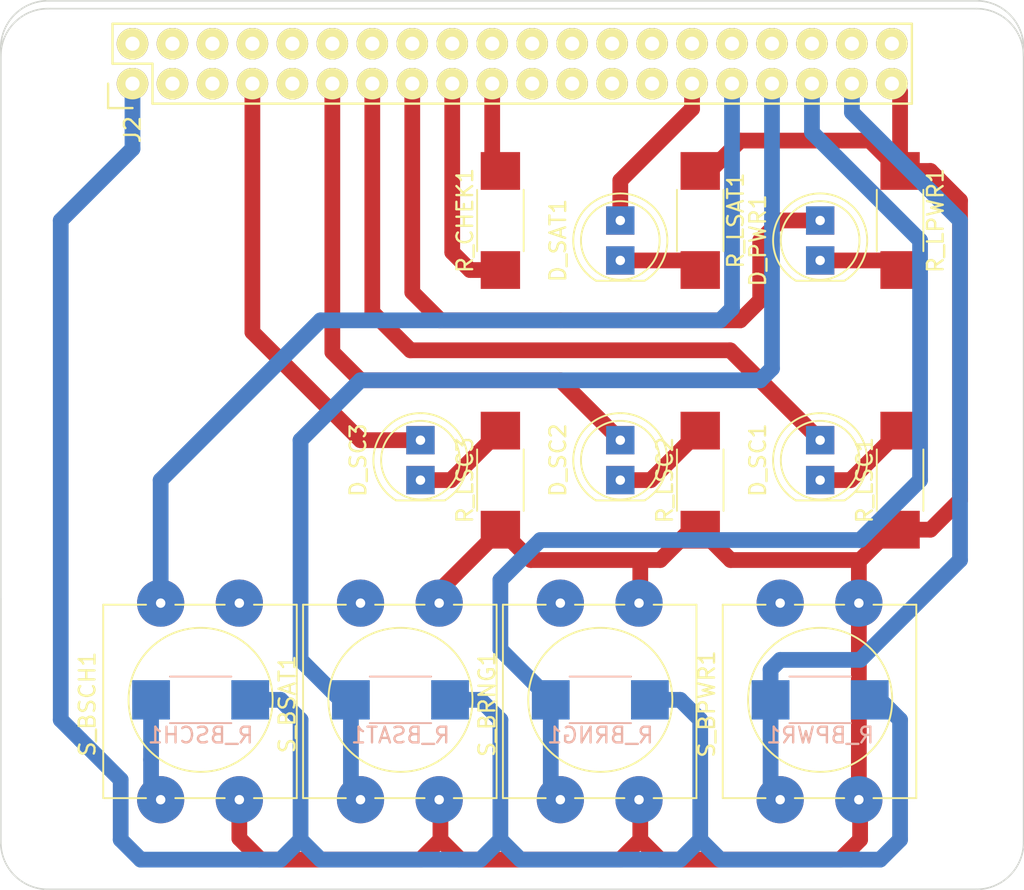
<source format=kicad_pcb>
(kicad_pcb (version 4) (host pcbnew 4.0.7)

  (general
    (links 44)
    (no_connects 8)
    (area 52.019999 47.2845 117.120001 105.93418)
    (thickness 1.6)
    (drawings 17)
    (tracks 154)
    (zones 0)
    (modules 24)
    (nets 43)
  )

  (page A4)
  (layers
    (0 F.Cu signal)
    (31 B.Cu signal)
    (32 B.Adhes user)
    (33 F.Adhes user)
    (34 B.Paste user)
    (35 F.Paste user)
    (36 B.SilkS user)
    (37 F.SilkS user)
    (38 B.Mask user)
    (39 F.Mask user)
    (40 Dwgs.User user)
    (41 Cmts.User user)
    (42 Eco1.User user)
    (43 Eco2.User user)
    (44 Edge.Cuts user)
    (45 Margin user)
    (46 B.CrtYd user)
    (47 F.CrtYd user)
    (48 B.Fab user)
    (49 F.Fab user)
  )

  (setup
    (last_trace_width 1)
    (user_trace_width 0.01)
    (user_trace_width 0.02)
    (user_trace_width 0.05)
    (user_trace_width 0.1)
    (user_trace_width 0.2)
    (trace_clearance 0.2)
    (zone_clearance 0.508)
    (zone_45_only no)
    (trace_min 0.01)
    (segment_width 0.2)
    (edge_width 0.1)
    (via_size 0.6)
    (via_drill 0.4)
    (via_min_size 0.4)
    (via_min_drill 0.3)
    (uvia_size 0.3)
    (uvia_drill 0.1)
    (uvias_allowed no)
    (uvia_min_size 0.2)
    (uvia_min_drill 0.1)
    (pcb_text_width 0.3)
    (pcb_text_size 1.5 1.5)
    (mod_edge_width 0.15)
    (mod_text_size 1 1)
    (mod_text_width 0.15)
    (pad_size 3 3)
    (pad_drill 0.6)
    (pad_to_mask_clearance 0)
    (aux_axis_origin 0 0)
    (visible_elements 7FFEFFFF)
    (pcbplotparams
      (layerselection 0x011f0_80000001)
      (usegerberextensions false)
      (excludeedgelayer true)
      (linewidth 0.100000)
      (plotframeref false)
      (viasonmask false)
      (mode 1)
      (useauxorigin false)
      (hpglpennumber 1)
      (hpglpenspeed 20)
      (hpglpendiameter 15)
      (hpglpenoverlay 2)
      (psnegative false)
      (psa4output false)
      (plotreference false)
      (plotvalue false)
      (plotinvisibletext false)
      (padsonsilk false)
      (subtractmaskfromsilk false)
      (outputformat 1)
      (mirror false)
      (drillshape 0)
      (scaleselection 1)
      (outputdirectory ./))
  )

  (net 0 "")
  (net 1 "Net-(J2-Pad2)")
  (net 2 "Net-(J2-Pad3)")
  (net 3 "Net-(J2-Pad4)")
  (net 4 "Net-(J2-Pad5)")
  (net 5 "Net-(J2-Pad6)")
  (net 6 "Net-(J2-Pad8)")
  (net 7 "Net-(J2-Pad10)")
  (net 8 "Net-(J2-Pad12)")
  (net 9 "Net-(J2-Pad14)")
  (net 10 "Net-(J2-Pad16)")
  (net 11 "Net-(J2-Pad18)")
  (net 12 "Net-(J2-Pad20)")
  (net 13 "Net-(J2-Pad21)")
  (net 14 "Net-(J2-Pad22)")
  (net 15 "Net-(J2-Pad23)")
  (net 16 "Net-(J2-Pad24)")
  (net 17 "Net-(J2-Pad26)")
  (net 18 "Net-(J2-Pad27)")
  (net 19 "Net-(J2-Pad28)")
  (net 20 "Net-(J2-Pad30)")
  (net 21 "Net-(J2-Pad32)")
  (net 22 "Net-(J2-Pad34)")
  (net 23 "Net-(J2-Pad36)")
  (net 24 "Net-(J2-Pad38)")
  (net 25 "Net-(J2-Pad40)")
  (net 26 "Net-(D_PWR1-Pad1)")
  (net 27 L_PWR)
  (net 28 "Net-(D_SAT1-Pad1)")
  (net 29 L_SAT)
  (net 30 "Net-(D_SC1-Pad1)")
  (net 31 L_SC1)
  (net 32 "Net-(D_SC2-Pad1)")
  (net 33 L_SC2)
  (net 34 "Net-(D_SC3-Pad1)")
  (net 35 L_SC3)
  (net 36 +3V3)
  (net 37 GND)
  (net 38 CHECK)
  (net 39 B_PWR)
  (net 40 B_SCH)
  (net 41 B_SAT)
  (net 42 B_RNG)

  (net_class Default "This is the default net class."
    (clearance 0.2)
    (trace_width 1)
    (via_dia 0.6)
    (via_drill 0.4)
    (uvia_dia 0.3)
    (uvia_drill 0.1)
    (add_net +3V3)
    (add_net B_PWR)
    (add_net B_RNG)
    (add_net B_SAT)
    (add_net B_SCH)
    (add_net CHECK)
    (add_net GND)
    (add_net L_PWR)
    (add_net L_SAT)
    (add_net L_SC1)
    (add_net L_SC2)
    (add_net L_SC3)
    (add_net "Net-(D_PWR1-Pad1)")
    (add_net "Net-(D_SAT1-Pad1)")
    (add_net "Net-(D_SC1-Pad1)")
    (add_net "Net-(D_SC2-Pad1)")
    (add_net "Net-(D_SC3-Pad1)")
    (add_net "Net-(J2-Pad10)")
    (add_net "Net-(J2-Pad12)")
    (add_net "Net-(J2-Pad14)")
    (add_net "Net-(J2-Pad16)")
    (add_net "Net-(J2-Pad18)")
    (add_net "Net-(J2-Pad2)")
    (add_net "Net-(J2-Pad20)")
    (add_net "Net-(J2-Pad21)")
    (add_net "Net-(J2-Pad22)")
    (add_net "Net-(J2-Pad23)")
    (add_net "Net-(J2-Pad24)")
    (add_net "Net-(J2-Pad26)")
    (add_net "Net-(J2-Pad27)")
    (add_net "Net-(J2-Pad28)")
    (add_net "Net-(J2-Pad3)")
    (add_net "Net-(J2-Pad30)")
    (add_net "Net-(J2-Pad32)")
    (add_net "Net-(J2-Pad34)")
    (add_net "Net-(J2-Pad36)")
    (add_net "Net-(J2-Pad38)")
    (add_net "Net-(J2-Pad4)")
    (add_net "Net-(J2-Pad40)")
    (add_net "Net-(J2-Pad5)")
    (add_net "Net-(J2-Pad6)")
    (add_net "Net-(J2-Pad8)")
  )

  (module RPi_Hat:Pin_Header_Straight_2x20 locked (layer F.Cu) (tedit 5A6524BF) (tstamp 5516AEA0)
    (at 84.57 52.26 90)
    (descr "Through hole pin header")
    (tags "pin header")
    (path /5515D395/5516AE26)
    (fp_text reference J2 (at -4.191 -24.13 270) (layer F.SilkS)
      (effects (font (size 1 1) (thickness 0.15)))
    )
    (fp_text value RPi_GPIO (at -1.27 -27.23 90) (layer F.Fab)
      (effects (font (size 1 1) (thickness 0.15)))
    )
    (fp_line (start -3.02 -25.88) (end -3.02 25.92) (layer F.CrtYd) (width 0.05))
    (fp_line (start 3.03 -25.88) (end 3.03 25.92) (layer F.CrtYd) (width 0.05))
    (fp_line (start -3.02 -25.88) (end 3.03 -25.88) (layer F.CrtYd) (width 0.05))
    (fp_line (start -3.02 25.92) (end 3.03 25.92) (layer F.CrtYd) (width 0.05))
    (fp_line (start 2.54 25.4) (end 2.54 -25.4) (layer F.SilkS) (width 0.15))
    (fp_line (start -2.54 -22.86) (end -2.54 25.4) (layer F.SilkS) (width 0.15))
    (fp_line (start 2.54 25.4) (end -2.54 25.4) (layer F.SilkS) (width 0.15))
    (fp_line (start 2.54 -25.4) (end 0 -25.4) (layer F.SilkS) (width 0.15))
    (fp_line (start -1.27 -25.68) (end -2.82 -25.68) (layer F.SilkS) (width 0.15))
    (fp_line (start 0 -25.4) (end 0 -22.86) (layer F.SilkS) (width 0.15))
    (fp_line (start 0 -22.86) (end -2.54 -22.86) (layer F.SilkS) (width 0.15))
    (fp_line (start -2.82 -25.68) (end -2.82 -24.13) (layer F.SilkS) (width 0.15))
    (pad 1 thru_hole oval (at -1.27 -24.13 90) (size 2 2) (drill 0.9) (layers *.Cu *.Mask F.SilkS)
      (net 36 +3V3))
    (pad 2 thru_hole oval (at 1.27 -24.13 90) (size 2 2) (drill 0.9) (layers *.Cu *.Mask F.SilkS)
      (net 1 "Net-(J2-Pad2)"))
    (pad 3 thru_hole oval (at -1.27 -21.59 90) (size 2 2) (drill 0.9) (layers *.Cu *.Mask F.SilkS)
      (net 2 "Net-(J2-Pad3)"))
    (pad 4 thru_hole oval (at 1.27 -21.59 90) (size 2 2) (drill 0.9) (layers *.Cu *.Mask F.SilkS)
      (net 3 "Net-(J2-Pad4)"))
    (pad 5 thru_hole oval (at -1.27 -19.05 90) (size 2 2) (drill 0.9) (layers *.Cu *.Mask F.SilkS)
      (net 4 "Net-(J2-Pad5)"))
    (pad 6 thru_hole oval (at 1.27 -19.05 90) (size 2 2) (drill 0.9) (layers *.Cu *.Mask F.SilkS)
      (net 5 "Net-(J2-Pad6)"))
    (pad 7 thru_hole oval (at -1.27 -16.51 90) (size 2 2) (drill 0.9) (layers *.Cu *.Mask F.SilkS)
      (net 35 L_SC3))
    (pad 8 thru_hole oval (at 1.27 -16.51 90) (size 2 2) (drill 0.9) (layers *.Cu *.Mask F.SilkS)
      (net 6 "Net-(J2-Pad8)"))
    (pad 9 thru_hole oval (at -1.27 -13.97 90) (size 2 2) (drill 0.9) (layers *.Cu *.Mask F.SilkS)
      (net 37 GND))
    (pad 10 thru_hole oval (at 1.27 -13.97 90) (size 2 2) (drill 0.9) (layers *.Cu *.Mask F.SilkS)
      (net 7 "Net-(J2-Pad10)"))
    (pad 11 thru_hole oval (at -1.27 -11.43 90) (size 2 2) (drill 0.9) (layers *.Cu *.Mask F.SilkS)
      (net 33 L_SC2))
    (pad 12 thru_hole oval (at 1.27 -11.43 90) (size 2 2) (drill 0.9) (layers *.Cu *.Mask F.SilkS)
      (net 8 "Net-(J2-Pad12)"))
    (pad 13 thru_hole oval (at -1.27 -8.89 90) (size 2 2) (drill 0.9) (layers *.Cu *.Mask F.SilkS)
      (net 31 L_SC1))
    (pad 14 thru_hole oval (at 1.27 -8.89 90) (size 2 2) (drill 0.9) (layers *.Cu *.Mask F.SilkS)
      (net 9 "Net-(J2-Pad14)"))
    (pad 15 thru_hole oval (at -1.27 -6.35 90) (size 2 2) (drill 0.9) (layers *.Cu *.Mask F.SilkS)
      (net 27 L_PWR))
    (pad 16 thru_hole oval (at 1.27 -6.35 90) (size 2 2) (drill 0.9) (layers *.Cu *.Mask F.SilkS)
      (net 10 "Net-(J2-Pad16)"))
    (pad 17 thru_hole oval (at -1.27 -3.81 90) (size 2 2) (drill 0.9) (layers *.Cu *.Mask F.SilkS)
      (net 36 +3V3))
    (pad 18 thru_hole oval (at 1.27 -3.81 90) (size 2 2) (drill 0.9) (layers *.Cu *.Mask F.SilkS)
      (net 11 "Net-(J2-Pad18)"))
    (pad 19 thru_hole oval (at -1.27 -1.27 90) (size 2 2) (drill 0.9) (layers *.Cu *.Mask F.SilkS)
      (net 38 CHECK))
    (pad 20 thru_hole oval (at 1.27 -1.27 90) (size 2 2) (drill 0.9) (layers *.Cu *.Mask F.SilkS)
      (net 12 "Net-(J2-Pad20)"))
    (pad 21 thru_hole oval (at -1.27 1.27 90) (size 2 2) (drill 0.9) (layers *.Cu *.Mask F.SilkS)
      (net 13 "Net-(J2-Pad21)"))
    (pad 22 thru_hole oval (at 1.27 1.27 90) (size 2 2) (drill 0.9) (layers *.Cu *.Mask F.SilkS)
      (net 14 "Net-(J2-Pad22)"))
    (pad 23 thru_hole oval (at -1.27 3.81 90) (size 2 2) (drill 0.9) (layers *.Cu *.Mask F.SilkS)
      (net 15 "Net-(J2-Pad23)"))
    (pad 24 thru_hole oval (at 1.27 3.81 90) (size 2 2) (drill 0.9) (layers *.Cu *.Mask F.SilkS)
      (net 16 "Net-(J2-Pad24)"))
    (pad 25 thru_hole oval (at -1.27 6.35 90) (size 2 2) (drill 0.9) (layers *.Cu *.Mask F.SilkS)
      (net 37 GND))
    (pad 26 thru_hole oval (at 1.27 6.35 90) (size 2 2) (drill 0.9) (layers *.Cu *.Mask F.SilkS)
      (net 17 "Net-(J2-Pad26)"))
    (pad 27 thru_hole oval (at -1.27 8.89 90) (size 2 2) (drill 0.9) (layers *.Cu *.Mask F.SilkS)
      (net 18 "Net-(J2-Pad27)"))
    (pad 28 thru_hole oval (at 1.27 8.89 90) (size 2 2) (drill 0.9) (layers *.Cu *.Mask F.SilkS)
      (net 19 "Net-(J2-Pad28)"))
    (pad 29 thru_hole oval (at -1.27 11.43 90) (size 2 2) (drill 0.9) (layers *.Cu *.Mask F.SilkS)
      (net 29 L_SAT))
    (pad 30 thru_hole oval (at 1.27 11.43 90) (size 2 2) (drill 0.9) (layers *.Cu *.Mask F.SilkS)
      (net 20 "Net-(J2-Pad30)"))
    (pad 31 thru_hole oval (at -1.27 13.97 90) (size 2 2) (drill 0.9) (layers *.Cu *.Mask F.SilkS)
      (net 40 B_SCH))
    (pad 32 thru_hole oval (at 1.27 13.97 90) (size 2 2) (drill 0.9) (layers *.Cu *.Mask F.SilkS)
      (net 21 "Net-(J2-Pad32)"))
    (pad 33 thru_hole oval (at -1.27 16.51 90) (size 2 2) (drill 0.9) (layers *.Cu *.Mask F.SilkS)
      (net 41 B_SAT))
    (pad 34 thru_hole oval (at 1.27 16.51 90) (size 2 2) (drill 0.9) (layers *.Cu *.Mask F.SilkS)
      (net 22 "Net-(J2-Pad34)"))
    (pad 35 thru_hole oval (at -1.27 19.05 90) (size 2 2) (drill 0.9) (layers *.Cu *.Mask F.SilkS)
      (net 42 B_RNG))
    (pad 36 thru_hole oval (at 1.27 19.05 90) (size 2 2) (drill 0.9) (layers *.Cu *.Mask F.SilkS)
      (net 23 "Net-(J2-Pad36)"))
    (pad 37 thru_hole oval (at -1.27 21.59 90) (size 2 2) (drill 0.9) (layers *.Cu *.Mask F.SilkS)
      (net 39 B_PWR))
    (pad 38 thru_hole oval (at 1.27 21.59 90) (size 2 2) (drill 0.9) (layers *.Cu *.Mask F.SilkS)
      (net 24 "Net-(J2-Pad38)"))
    (pad 39 thru_hole oval (at -1.27 24.13 90) (size 2 2) (drill 0.9) (layers *.Cu *.Mask F.SilkS)
      (net 37 GND))
    (pad 40 thru_hole oval (at 1.27 24.13 90) (size 2 2) (drill 0.9) (layers *.Cu *.Mask F.SilkS)
      (net 25 "Net-(J2-Pad40)"))
    (model Pin_Headers.3dshapes/Pin_Header_Straight_2x20.wrl
      (at (xyz 0 0 0))
      (scale (xyz 1 1 1))
      (rotate (xyz 0 0 90))
    )
  )

  (module RPi_Hat:RPi_Hat_Mounting_Hole locked (layer F.Cu) (tedit 55217C7B) (tstamp 5515DEA9)
    (at 113.57 52.26)
    (descr "Mounting hole, Befestigungsbohrung, 2,7mm, No Annular, Kein Restring,")
    (tags "Mounting hole, Befestigungsbohrung, 2,7mm, No Annular, Kein Restring,")
    (fp_text reference "" (at 0 -4.0005) (layer F.SilkS) hide
      (effects (font (size 1 1) (thickness 0.15)))
    )
    (fp_text value "" (at 0.09906 3.59918) (layer F.Fab) hide
      (effects (font (size 1 1) (thickness 0.15)))
    )
    (fp_circle (center 0 0) (end 1.375 0) (layer F.Fab) (width 0.15))
    (fp_circle (center 0 0) (end 3.1 0) (layer F.Fab) (width 0.15))
    (fp_circle (center 0 0) (end 3.1 0) (layer B.Fab) (width 0.15))
    (fp_circle (center 0 0) (end 1.375 0) (layer B.Fab) (width 0.15))
    (fp_circle (center 0 0) (end 3.1 0) (layer F.CrtYd) (width 0.15))
    (fp_circle (center 0 0) (end 3.1 0) (layer B.CrtYd) (width 0.15))
    (pad "" np_thru_hole circle (at 0 0) (size 2.75 2.75) (drill 2.75) (layers *.Cu *.Mask)
      (solder_mask_margin 1.725) (clearance 1.725))
  )

  (module RPi_Hat:RPi_Hat_Mounting_Hole locked (layer F.Cu) (tedit 55217CCB) (tstamp 55169DC9)
    (at 113.57 101.26)
    (descr "Mounting hole, Befestigungsbohrung, 2,7mm, No Annular, Kein Restring,")
    (tags "Mounting hole, Befestigungsbohrung, 2,7mm, No Annular, Kein Restring,")
    (fp_text reference "" (at 0 -4.0005) (layer F.SilkS) hide
      (effects (font (size 1 1) (thickness 0.15)))
    )
    (fp_text value "" (at 0.09906 3.59918) (layer F.Fab) hide
      (effects (font (size 1 1) (thickness 0.15)))
    )
    (fp_circle (center 0 0) (end 1.375 0) (layer F.Fab) (width 0.15))
    (fp_circle (center 0 0) (end 3.1 0) (layer F.Fab) (width 0.15))
    (fp_circle (center 0 0) (end 3.1 0) (layer B.Fab) (width 0.15))
    (fp_circle (center 0 0) (end 1.375 0) (layer B.Fab) (width 0.15))
    (fp_circle (center 0 0) (end 3.1 0) (layer F.CrtYd) (width 0.15))
    (fp_circle (center 0 0) (end 3.1 0) (layer B.CrtYd) (width 0.15))
    (pad "" np_thru_hole circle (at 0 0) (size 2.75 2.75) (drill 2.75) (layers *.Cu *.Mask)
      (solder_mask_margin 1.725) (clearance 1.725))
  )

  (module RPi_Hat:RPi_Hat_Mounting_Hole locked (layer F.Cu) (tedit 55217CB9) (tstamp 5515DECC)
    (at 55.57 101.26)
    (descr "Mounting hole, Befestigungsbohrung, 2,7mm, No Annular, Kein Restring,")
    (tags "Mounting hole, Befestigungsbohrung, 2,7mm, No Annular, Kein Restring,")
    (fp_text reference "" (at 0 -4.0005) (layer F.SilkS) hide
      (effects (font (size 1 1) (thickness 0.15)))
    )
    (fp_text value "" (at 0.09906 3.59918) (layer F.Fab) hide
      (effects (font (size 1 1) (thickness 0.15)))
    )
    (fp_circle (center 0 0) (end 1.375 0) (layer F.Fab) (width 0.15))
    (fp_circle (center 0 0) (end 3.1 0) (layer F.Fab) (width 0.15))
    (fp_circle (center 0 0) (end 3.1 0) (layer B.Fab) (width 0.15))
    (fp_circle (center 0 0) (end 1.375 0) (layer B.Fab) (width 0.15))
    (fp_circle (center 0 0) (end 3.1 0) (layer F.CrtYd) (width 0.15))
    (fp_circle (center 0 0) (end 3.1 0) (layer B.CrtYd) (width 0.15))
    (pad "" np_thru_hole circle (at 0 0) (size 2.75 2.75) (drill 2.75) (layers *.Cu *.Mask)
      (solder_mask_margin 1.725) (clearance 1.725))
  )

  (module RPi_Hat:RPi_Hat_Mounting_Hole locked (layer F.Cu) (tedit 55217CA2) (tstamp 5515DEBF)
    (at 55.57 52.26)
    (descr "Mounting hole, Befestigungsbohrung, 2,7mm, No Annular, Kein Restring,")
    (tags "Mounting hole, Befestigungsbohrung, 2,7mm, No Annular, Kein Restring,")
    (fp_text reference "" (at 0 -4.0005) (layer F.SilkS) hide
      (effects (font (size 1 1) (thickness 0.15)))
    )
    (fp_text value "" (at 0.09906 3.59918) (layer F.Fab) hide
      (effects (font (size 1 1) (thickness 0.15)))
    )
    (fp_circle (center 0 0) (end 1.375 0) (layer F.Fab) (width 0.15))
    (fp_circle (center 0 0) (end 3.1 0) (layer F.Fab) (width 0.15))
    (fp_circle (center 0 0) (end 3.1 0) (layer B.Fab) (width 0.15))
    (fp_circle (center 0 0) (end 1.375 0) (layer B.Fab) (width 0.15))
    (fp_circle (center 0 0) (end 3.1 0) (layer F.CrtYd) (width 0.15))
    (fp_circle (center 0 0) (end 3.1 0) (layer B.CrtYd) (width 0.15))
    (pad "" np_thru_hole circle (at 0 0) (size 2.75 2.75) (drill 2.75) (layers *.Cu *.Mask)
      (solder_mask_margin 1.725) (clearance 1.725))
  )

  (module LEDs:LED_D5.0mm (layer F.Cu) (tedit 5995936A) (tstamp 5A650F7F)
    (at 104.14 64.77 90)
    (descr "LED, diameter 5.0mm, 2 pins, http://cdn-reichelt.de/documents/datenblatt/A500/LL-504BC2E-009.pdf")
    (tags "LED diameter 5.0mm 2 pins")
    (path /5A650E73)
    (fp_text reference D_PWR1 (at 1.27 -3.96 90) (layer F.SilkS)
      (effects (font (size 1 1) (thickness 0.15)))
    )
    (fp_text value LED (at 1.27 3.96 90) (layer F.Fab)
      (effects (font (size 1 1) (thickness 0.15)))
    )
    (fp_arc (start 1.27 0) (end -1.23 -1.469694) (angle 299.1) (layer F.Fab) (width 0.1))
    (fp_arc (start 1.27 0) (end -1.29 -1.54483) (angle 148.9) (layer F.SilkS) (width 0.12))
    (fp_arc (start 1.27 0) (end -1.29 1.54483) (angle -148.9) (layer F.SilkS) (width 0.12))
    (fp_circle (center 1.27 0) (end 3.77 0) (layer F.Fab) (width 0.1))
    (fp_circle (center 1.27 0) (end 3.77 0) (layer F.SilkS) (width 0.12))
    (fp_line (start -1.23 -1.469694) (end -1.23 1.469694) (layer F.Fab) (width 0.1))
    (fp_line (start -1.29 -1.545) (end -1.29 1.545) (layer F.SilkS) (width 0.12))
    (fp_line (start -1.95 -3.25) (end -1.95 3.25) (layer F.CrtYd) (width 0.05))
    (fp_line (start -1.95 3.25) (end 4.5 3.25) (layer F.CrtYd) (width 0.05))
    (fp_line (start 4.5 3.25) (end 4.5 -3.25) (layer F.CrtYd) (width 0.05))
    (fp_line (start 4.5 -3.25) (end -1.95 -3.25) (layer F.CrtYd) (width 0.05))
    (fp_text user %R (at 1.25 0 90) (layer F.Fab)
      (effects (font (size 0.8 0.8) (thickness 0.2)))
    )
    (pad 1 thru_hole rect (at 0 0 90) (size 1.8 1.8) (drill 0.6) (layers *.Cu *.Mask)
      (net 26 "Net-(D_PWR1-Pad1)"))
    (pad 2 thru_hole rect (at 2.54 0 90) (size 1.8 1.8) (drill 0.6) (layers *.Cu *.Mask)
      (net 27 L_PWR))
    (model ${KISYS3DMOD}/LEDs.3dshapes/LED_D5.0mm.wrl
      (at (xyz 0 0 0))
      (scale (xyz 0.393701 0.393701 0.393701))
      (rotate (xyz 0 0 0))
    )
  )

  (module LEDs:LED_D5.0mm (layer F.Cu) (tedit 5995936A) (tstamp 5A650F85)
    (at 91.44 64.77 90)
    (descr "LED, diameter 5.0mm, 2 pins, http://cdn-reichelt.de/documents/datenblatt/A500/LL-504BC2E-009.pdf")
    (tags "LED diameter 5.0mm 2 pins")
    (path /5A650E83)
    (fp_text reference D_SAT1 (at 1.27 -3.96 90) (layer F.SilkS)
      (effects (font (size 1 1) (thickness 0.15)))
    )
    (fp_text value LED (at 1.27 3.96 90) (layer F.Fab)
      (effects (font (size 1 1) (thickness 0.15)))
    )
    (fp_arc (start 1.27 0) (end -1.23 -1.469694) (angle 299.1) (layer F.Fab) (width 0.1))
    (fp_arc (start 1.27 0) (end -1.29 -1.54483) (angle 148.9) (layer F.SilkS) (width 0.12))
    (fp_arc (start 1.27 0) (end -1.29 1.54483) (angle -148.9) (layer F.SilkS) (width 0.12))
    (fp_circle (center 1.27 0) (end 3.77 0) (layer F.Fab) (width 0.1))
    (fp_circle (center 1.27 0) (end 3.77 0) (layer F.SilkS) (width 0.12))
    (fp_line (start -1.23 -1.469694) (end -1.23 1.469694) (layer F.Fab) (width 0.1))
    (fp_line (start -1.29 -1.545) (end -1.29 1.545) (layer F.SilkS) (width 0.12))
    (fp_line (start -1.95 -3.25) (end -1.95 3.25) (layer F.CrtYd) (width 0.05))
    (fp_line (start -1.95 3.25) (end 4.5 3.25) (layer F.CrtYd) (width 0.05))
    (fp_line (start 4.5 3.25) (end 4.5 -3.25) (layer F.CrtYd) (width 0.05))
    (fp_line (start 4.5 -3.25) (end -1.95 -3.25) (layer F.CrtYd) (width 0.05))
    (fp_text user %R (at 1.25 0 90) (layer F.Fab)
      (effects (font (size 0.8 0.8) (thickness 0.2)))
    )
    (pad 1 thru_hole rect (at 0 0 90) (size 1.8 1.8) (drill 0.6) (layers *.Cu *.Mask)
      (net 28 "Net-(D_SAT1-Pad1)"))
    (pad 2 thru_hole rect (at 2.54 0 90) (size 1.8 1.8) (drill 0.6) (layers *.Cu *.Mask)
      (net 29 L_SAT))
    (model ${KISYS3DMOD}/LEDs.3dshapes/LED_D5.0mm.wrl
      (at (xyz 0 0 0))
      (scale (xyz 0.393701 0.393701 0.393701))
      (rotate (xyz 0 0 0))
    )
  )

  (module LEDs:LED_D5.0mm (layer F.Cu) (tedit 5995936A) (tstamp 5A650F8B)
    (at 104.14 78.74 90)
    (descr "LED, diameter 5.0mm, 2 pins, http://cdn-reichelt.de/documents/datenblatt/A500/LL-504BC2E-009.pdf")
    (tags "LED diameter 5.0mm 2 pins")
    (path /5A650E75)
    (fp_text reference D_SC1 (at 1.27 -3.96 90) (layer F.SilkS)
      (effects (font (size 1 1) (thickness 0.15)))
    )
    (fp_text value LED (at 1.27 3.96 90) (layer F.Fab)
      (effects (font (size 1 1) (thickness 0.15)))
    )
    (fp_arc (start 1.27 0) (end -1.23 -1.469694) (angle 299.1) (layer F.Fab) (width 0.1))
    (fp_arc (start 1.27 0) (end -1.29 -1.54483) (angle 148.9) (layer F.SilkS) (width 0.12))
    (fp_arc (start 1.27 0) (end -1.29 1.54483) (angle -148.9) (layer F.SilkS) (width 0.12))
    (fp_circle (center 1.27 0) (end 3.77 0) (layer F.Fab) (width 0.1))
    (fp_circle (center 1.27 0) (end 3.77 0) (layer F.SilkS) (width 0.12))
    (fp_line (start -1.23 -1.469694) (end -1.23 1.469694) (layer F.Fab) (width 0.1))
    (fp_line (start -1.29 -1.545) (end -1.29 1.545) (layer F.SilkS) (width 0.12))
    (fp_line (start -1.95 -3.25) (end -1.95 3.25) (layer F.CrtYd) (width 0.05))
    (fp_line (start -1.95 3.25) (end 4.5 3.25) (layer F.CrtYd) (width 0.05))
    (fp_line (start 4.5 3.25) (end 4.5 -3.25) (layer F.CrtYd) (width 0.05))
    (fp_line (start 4.5 -3.25) (end -1.95 -3.25) (layer F.CrtYd) (width 0.05))
    (fp_text user %R (at 1.25 0 90) (layer F.Fab)
      (effects (font (size 0.8 0.8) (thickness 0.2)))
    )
    (pad 1 thru_hole rect (at 0 0 90) (size 1.8 1.8) (drill 0.6) (layers *.Cu *.Mask)
      (net 30 "Net-(D_SC1-Pad1)"))
    (pad 2 thru_hole rect (at 2.54 0 90) (size 1.8 1.8) (drill 0.6) (layers *.Cu *.Mask)
      (net 31 L_SC1))
    (model ${KISYS3DMOD}/LEDs.3dshapes/LED_D5.0mm.wrl
      (at (xyz 0 0 0))
      (scale (xyz 0.393701 0.393701 0.393701))
      (rotate (xyz 0 0 0))
    )
  )

  (module LEDs:LED_D5.0mm (layer F.Cu) (tedit 5995936A) (tstamp 5A650F91)
    (at 91.44 78.74 90)
    (descr "LED, diameter 5.0mm, 2 pins, http://cdn-reichelt.de/documents/datenblatt/A500/LL-504BC2E-009.pdf")
    (tags "LED diameter 5.0mm 2 pins")
    (path /5A650E77)
    (fp_text reference D_SC2 (at 1.27 -3.96 90) (layer F.SilkS)
      (effects (font (size 1 1) (thickness 0.15)))
    )
    (fp_text value LED (at 1.27 3.96 90) (layer F.Fab)
      (effects (font (size 1 1) (thickness 0.15)))
    )
    (fp_arc (start 1.27 0) (end -1.23 -1.469694) (angle 299.1) (layer F.Fab) (width 0.1))
    (fp_arc (start 1.27 0) (end -1.29 -1.54483) (angle 148.9) (layer F.SilkS) (width 0.12))
    (fp_arc (start 1.27 0) (end -1.29 1.54483) (angle -148.9) (layer F.SilkS) (width 0.12))
    (fp_circle (center 1.27 0) (end 3.77 0) (layer F.Fab) (width 0.1))
    (fp_circle (center 1.27 0) (end 3.77 0) (layer F.SilkS) (width 0.12))
    (fp_line (start -1.23 -1.469694) (end -1.23 1.469694) (layer F.Fab) (width 0.1))
    (fp_line (start -1.29 -1.545) (end -1.29 1.545) (layer F.SilkS) (width 0.12))
    (fp_line (start -1.95 -3.25) (end -1.95 3.25) (layer F.CrtYd) (width 0.05))
    (fp_line (start -1.95 3.25) (end 4.5 3.25) (layer F.CrtYd) (width 0.05))
    (fp_line (start 4.5 3.25) (end 4.5 -3.25) (layer F.CrtYd) (width 0.05))
    (fp_line (start 4.5 -3.25) (end -1.95 -3.25) (layer F.CrtYd) (width 0.05))
    (fp_text user %R (at 1.25 0 90) (layer F.Fab)
      (effects (font (size 0.8 0.8) (thickness 0.2)))
    )
    (pad 1 thru_hole rect (at 0 0 90) (size 1.8 1.8) (drill 0.6) (layers *.Cu *.Mask)
      (net 32 "Net-(D_SC2-Pad1)"))
    (pad 2 thru_hole rect (at 2.54 0 90) (size 1.8 1.8) (drill 0.6) (layers *.Cu *.Mask)
      (net 33 L_SC2))
    (model ${KISYS3DMOD}/LEDs.3dshapes/LED_D5.0mm.wrl
      (at (xyz 0 0 0))
      (scale (xyz 0.393701 0.393701 0.393701))
      (rotate (xyz 0 0 0))
    )
  )

  (module LEDs:LED_D5.0mm (layer F.Cu) (tedit 5A651E3D) (tstamp 5A650F97)
    (at 78.74 78.74 90)
    (descr "LED, diameter 5.0mm, 2 pins, http://cdn-reichelt.de/documents/datenblatt/A500/LL-504BC2E-009.pdf")
    (tags "LED diameter 5.0mm 2 pins")
    (path /5A650E7A)
    (fp_text reference D_SC3 (at 1.27 -3.96 90) (layer F.SilkS)
      (effects (font (size 1 1) (thickness 0.15)))
    )
    (fp_text value LED (at 1.27 3.96 90) (layer F.Fab)
      (effects (font (size 1 1) (thickness 0.15)))
    )
    (fp_arc (start 1.27 0) (end -1.23 -1.469694) (angle 299.1) (layer F.Fab) (width 0.1))
    (fp_arc (start 1.27 0) (end -1.29 -1.54483) (angle 148.9) (layer F.SilkS) (width 0.12))
    (fp_arc (start 1.27 0) (end -1.29 1.54483) (angle -148.9) (layer F.SilkS) (width 0.12))
    (fp_circle (center 1.27 0) (end 3.77 0) (layer F.Fab) (width 0.1))
    (fp_circle (center 1.27 0) (end 3.77 0) (layer F.SilkS) (width 0.12))
    (fp_line (start -1.23 -1.469694) (end -1.23 1.469694) (layer F.Fab) (width 0.1))
    (fp_line (start -1.29 -1.545) (end -1.29 1.545) (layer F.SilkS) (width 0.12))
    (fp_line (start -1.95 -3.25) (end -1.95 3.25) (layer F.CrtYd) (width 0.05))
    (fp_line (start -1.95 3.25) (end 4.5 3.25) (layer F.CrtYd) (width 0.05))
    (fp_line (start 4.5 3.25) (end 4.5 -3.25) (layer F.CrtYd) (width 0.05))
    (fp_line (start 4.5 -3.25) (end -1.95 -3.25) (layer F.CrtYd) (width 0.05))
    (fp_text user %R (at 1.25 0 90) (layer F.Fab)
      (effects (font (size 0.8 0.8) (thickness 0.2)))
    )
    (pad 1 thru_hole rect (at 0 0 90) (size 1.8 1.8) (drill 0.6) (layers *.Cu *.Mask)
      (net 34 "Net-(D_SC3-Pad1)"))
    (pad 2 thru_hole rect (at 2.54 0 90) (size 1.8 1.8) (drill 0.6) (layers *.Cu *.Mask)
      (net 35 L_SC3))
    (model ${KISYS3DMOD}/LEDs.3dshapes/LED_D5.0mm.wrl
      (at (xyz 0 0 0))
      (scale (xyz 0.393701 0.393701 0.393701))
      (rotate (xyz 0 0 0))
    )
  )

  (module Resistors_SMD:R_2010_HandSoldering (layer B.Cu) (tedit 58E0A804) (tstamp 5A650F9D)
    (at 104.14 92.71)
    (descr "Resistor SMD 2010, hand soldering")
    (tags "resistor 2010")
    (path /5A650E63)
    (attr smd)
    (fp_text reference R_BPWR1 (at 0 2.25) (layer B.SilkS)
      (effects (font (size 1 1) (thickness 0.15)) (justify mirror))
    )
    (fp_text value R (at 0 -2.35) (layer B.Fab)
      (effects (font (size 1 1) (thickness 0.15)) (justify mirror))
    )
    (fp_text user %R (at 0 0) (layer B.Fab)
      (effects (font (size 1 1) (thickness 0.15)) (justify mirror))
    )
    (fp_line (start -2.5 -1.25) (end -2.5 1.25) (layer B.Fab) (width 0.1))
    (fp_line (start 2.5 -1.25) (end -2.5 -1.25) (layer B.Fab) (width 0.1))
    (fp_line (start 2.5 1.25) (end 2.5 -1.25) (layer B.Fab) (width 0.1))
    (fp_line (start -2.5 1.25) (end 2.5 1.25) (layer B.Fab) (width 0.1))
    (fp_line (start 1.95 -1.48) (end -1.95 -1.48) (layer B.SilkS) (width 0.12))
    (fp_line (start -1.95 1.48) (end 1.95 1.48) (layer B.SilkS) (width 0.12))
    (fp_line (start -4.6 1.5) (end 4.6 1.5) (layer B.CrtYd) (width 0.05))
    (fp_line (start -4.6 1.5) (end -4.6 -1.5) (layer B.CrtYd) (width 0.05))
    (fp_line (start 4.6 -1.5) (end 4.6 1.5) (layer B.CrtYd) (width 0.05))
    (fp_line (start 4.6 -1.5) (end -4.6 -1.5) (layer B.CrtYd) (width 0.05))
    (pad 1 smd rect (at -3.15 0) (size 2.4 2.5) (layers B.Cu B.Paste B.Mask)
      (net 39 B_PWR))
    (pad 2 smd rect (at 3.15 0) (size 2.4 2.5) (layers B.Cu B.Paste B.Mask)
      (net 36 +3V3))
    (model ${KISYS3DMOD}/Resistors_SMD.3dshapes/R_2010.wrl
      (at (xyz 0 0 0))
      (scale (xyz 1 1 1))
      (rotate (xyz 0 0 0))
    )
  )

  (module Resistors_SMD:R_2010_HandSoldering (layer B.Cu) (tedit 58E0A804) (tstamp 5A650FA3)
    (at 90.17 92.71)
    (descr "Resistor SMD 2010, hand soldering")
    (tags "resistor 2010")
    (path /5A650E6F)
    (attr smd)
    (fp_text reference R_BRNG1 (at 0 2.25) (layer B.SilkS)
      (effects (font (size 1 1) (thickness 0.15)) (justify mirror))
    )
    (fp_text value R (at 0 -2.35) (layer B.Fab)
      (effects (font (size 1 1) (thickness 0.15)) (justify mirror))
    )
    (fp_text user %R (at 0 0) (layer B.Fab)
      (effects (font (size 1 1) (thickness 0.15)) (justify mirror))
    )
    (fp_line (start -2.5 -1.25) (end -2.5 1.25) (layer B.Fab) (width 0.1))
    (fp_line (start 2.5 -1.25) (end -2.5 -1.25) (layer B.Fab) (width 0.1))
    (fp_line (start 2.5 1.25) (end 2.5 -1.25) (layer B.Fab) (width 0.1))
    (fp_line (start -2.5 1.25) (end 2.5 1.25) (layer B.Fab) (width 0.1))
    (fp_line (start 1.95 -1.48) (end -1.95 -1.48) (layer B.SilkS) (width 0.12))
    (fp_line (start -1.95 1.48) (end 1.95 1.48) (layer B.SilkS) (width 0.12))
    (fp_line (start -4.6 1.5) (end 4.6 1.5) (layer B.CrtYd) (width 0.05))
    (fp_line (start -4.6 1.5) (end -4.6 -1.5) (layer B.CrtYd) (width 0.05))
    (fp_line (start 4.6 -1.5) (end 4.6 1.5) (layer B.CrtYd) (width 0.05))
    (fp_line (start 4.6 -1.5) (end -4.6 -1.5) (layer B.CrtYd) (width 0.05))
    (pad 1 smd rect (at -3.15 0) (size 2.4 2.5) (layers B.Cu B.Paste B.Mask)
      (net 42 B_RNG))
    (pad 2 smd rect (at 3.15 0) (size 2.4 2.5) (layers B.Cu B.Paste B.Mask)
      (net 36 +3V3))
    (model ${KISYS3DMOD}/Resistors_SMD.3dshapes/R_2010.wrl
      (at (xyz 0 0 0))
      (scale (xyz 1 1 1))
      (rotate (xyz 0 0 0))
    )
  )

  (module Resistors_SMD:R_2010_HandSoldering (layer B.Cu) (tedit 58E0A804) (tstamp 5A650FA9)
    (at 77.47 92.71)
    (descr "Resistor SMD 2010, hand soldering")
    (tags "resistor 2010")
    (path /5A650E6C)
    (attr smd)
    (fp_text reference R_BSAT1 (at 0 2.25) (layer B.SilkS)
      (effects (font (size 1 1) (thickness 0.15)) (justify mirror))
    )
    (fp_text value R (at 0 -2.35) (layer B.Fab)
      (effects (font (size 1 1) (thickness 0.15)) (justify mirror))
    )
    (fp_text user %R (at 0 0) (layer B.Fab)
      (effects (font (size 1 1) (thickness 0.15)) (justify mirror))
    )
    (fp_line (start -2.5 -1.25) (end -2.5 1.25) (layer B.Fab) (width 0.1))
    (fp_line (start 2.5 -1.25) (end -2.5 -1.25) (layer B.Fab) (width 0.1))
    (fp_line (start 2.5 1.25) (end 2.5 -1.25) (layer B.Fab) (width 0.1))
    (fp_line (start -2.5 1.25) (end 2.5 1.25) (layer B.Fab) (width 0.1))
    (fp_line (start 1.95 -1.48) (end -1.95 -1.48) (layer B.SilkS) (width 0.12))
    (fp_line (start -1.95 1.48) (end 1.95 1.48) (layer B.SilkS) (width 0.12))
    (fp_line (start -4.6 1.5) (end 4.6 1.5) (layer B.CrtYd) (width 0.05))
    (fp_line (start -4.6 1.5) (end -4.6 -1.5) (layer B.CrtYd) (width 0.05))
    (fp_line (start 4.6 -1.5) (end 4.6 1.5) (layer B.CrtYd) (width 0.05))
    (fp_line (start 4.6 -1.5) (end -4.6 -1.5) (layer B.CrtYd) (width 0.05))
    (pad 1 smd rect (at -3.15 0) (size 2.4 2.5) (layers B.Cu B.Paste B.Mask)
      (net 41 B_SAT))
    (pad 2 smd rect (at 3.15 0) (size 2.4 2.5) (layers B.Cu B.Paste B.Mask)
      (net 36 +3V3))
    (model ${KISYS3DMOD}/Resistors_SMD.3dshapes/R_2010.wrl
      (at (xyz 0 0 0))
      (scale (xyz 1 1 1))
      (rotate (xyz 0 0 0))
    )
  )

  (module Resistors_SMD:R_2010_HandSoldering (layer B.Cu) (tedit 58E0A804) (tstamp 5A650FAF)
    (at 64.77 92.71)
    (descr "Resistor SMD 2010, hand soldering")
    (tags "resistor 2010")
    (path /5A650E68)
    (attr smd)
    (fp_text reference R_BSCH1 (at 0 2.25) (layer B.SilkS)
      (effects (font (size 1 1) (thickness 0.15)) (justify mirror))
    )
    (fp_text value R (at 0 -2.35) (layer B.Fab)
      (effects (font (size 1 1) (thickness 0.15)) (justify mirror))
    )
    (fp_text user %R (at 0 0) (layer B.Fab)
      (effects (font (size 1 1) (thickness 0.15)) (justify mirror))
    )
    (fp_line (start -2.5 -1.25) (end -2.5 1.25) (layer B.Fab) (width 0.1))
    (fp_line (start 2.5 -1.25) (end -2.5 -1.25) (layer B.Fab) (width 0.1))
    (fp_line (start 2.5 1.25) (end 2.5 -1.25) (layer B.Fab) (width 0.1))
    (fp_line (start -2.5 1.25) (end 2.5 1.25) (layer B.Fab) (width 0.1))
    (fp_line (start 1.95 -1.48) (end -1.95 -1.48) (layer B.SilkS) (width 0.12))
    (fp_line (start -1.95 1.48) (end 1.95 1.48) (layer B.SilkS) (width 0.12))
    (fp_line (start -4.6 1.5) (end 4.6 1.5) (layer B.CrtYd) (width 0.05))
    (fp_line (start -4.6 1.5) (end -4.6 -1.5) (layer B.CrtYd) (width 0.05))
    (fp_line (start 4.6 -1.5) (end 4.6 1.5) (layer B.CrtYd) (width 0.05))
    (fp_line (start 4.6 -1.5) (end -4.6 -1.5) (layer B.CrtYd) (width 0.05))
    (pad 1 smd rect (at -3.15 0) (size 2.4 2.5) (layers B.Cu B.Paste B.Mask)
      (net 40 B_SCH))
    (pad 2 smd rect (at 3.15 0) (size 2.4 2.5) (layers B.Cu B.Paste B.Mask)
      (net 36 +3V3))
    (model ${KISYS3DMOD}/Resistors_SMD.3dshapes/R_2010.wrl
      (at (xyz 0 0 0))
      (scale (xyz 1 1 1))
      (rotate (xyz 0 0 0))
    )
  )

  (module Resistors_SMD:R_2010_HandSoldering (layer F.Cu) (tedit 58E0A804) (tstamp 5A650FB5)
    (at 83.82 62.23 90)
    (descr "Resistor SMD 2010, hand soldering")
    (tags "resistor 2010")
    (path /5A650E61)
    (attr smd)
    (fp_text reference R_CHEK1 (at 0 -2.25 90) (layer F.SilkS)
      (effects (font (size 1 1) (thickness 0.15)))
    )
    (fp_text value R (at 0 2.35 90) (layer F.Fab)
      (effects (font (size 1 1) (thickness 0.15)))
    )
    (fp_text user %R (at 0 0 90) (layer F.Fab)
      (effects (font (size 1 1) (thickness 0.15)))
    )
    (fp_line (start -2.5 1.25) (end -2.5 -1.25) (layer F.Fab) (width 0.1))
    (fp_line (start 2.5 1.25) (end -2.5 1.25) (layer F.Fab) (width 0.1))
    (fp_line (start 2.5 -1.25) (end 2.5 1.25) (layer F.Fab) (width 0.1))
    (fp_line (start -2.5 -1.25) (end 2.5 -1.25) (layer F.Fab) (width 0.1))
    (fp_line (start 1.95 1.48) (end -1.95 1.48) (layer F.SilkS) (width 0.12))
    (fp_line (start -1.95 -1.48) (end 1.95 -1.48) (layer F.SilkS) (width 0.12))
    (fp_line (start -4.6 -1.5) (end 4.6 -1.5) (layer F.CrtYd) (width 0.05))
    (fp_line (start -4.6 -1.5) (end -4.6 1.5) (layer F.CrtYd) (width 0.05))
    (fp_line (start 4.6 1.5) (end 4.6 -1.5) (layer F.CrtYd) (width 0.05))
    (fp_line (start 4.6 1.5) (end -4.6 1.5) (layer F.CrtYd) (width 0.05))
    (pad 1 smd rect (at -3.15 0 90) (size 2.4 2.5) (layers F.Cu F.Paste F.Mask)
      (net 36 +3V3))
    (pad 2 smd rect (at 3.15 0 90) (size 2.4 2.5) (layers F.Cu F.Paste F.Mask)
      (net 38 CHECK))
    (model ${KISYS3DMOD}/Resistors_SMD.3dshapes/R_2010.wrl
      (at (xyz 0 0 0))
      (scale (xyz 1 1 1))
      (rotate (xyz 0 0 0))
    )
  )

  (module Resistors_SMD:R_2010_HandSoldering (layer F.Cu) (tedit 58E0A804) (tstamp 5A650FBB)
    (at 109.22 62.23 270)
    (descr "Resistor SMD 2010, hand soldering")
    (tags "resistor 2010")
    (path /5A650E72)
    (attr smd)
    (fp_text reference R_LPWR1 (at 0 -2.25 270) (layer F.SilkS)
      (effects (font (size 1 1) (thickness 0.15)))
    )
    (fp_text value R (at 0 2.35 270) (layer F.Fab)
      (effects (font (size 1 1) (thickness 0.15)))
    )
    (fp_text user %R (at 0 0 270) (layer F.Fab)
      (effects (font (size 1 1) (thickness 0.15)))
    )
    (fp_line (start -2.5 1.25) (end -2.5 -1.25) (layer F.Fab) (width 0.1))
    (fp_line (start 2.5 1.25) (end -2.5 1.25) (layer F.Fab) (width 0.1))
    (fp_line (start 2.5 -1.25) (end 2.5 1.25) (layer F.Fab) (width 0.1))
    (fp_line (start -2.5 -1.25) (end 2.5 -1.25) (layer F.Fab) (width 0.1))
    (fp_line (start 1.95 1.48) (end -1.95 1.48) (layer F.SilkS) (width 0.12))
    (fp_line (start -1.95 -1.48) (end 1.95 -1.48) (layer F.SilkS) (width 0.12))
    (fp_line (start -4.6 -1.5) (end 4.6 -1.5) (layer F.CrtYd) (width 0.05))
    (fp_line (start -4.6 -1.5) (end -4.6 1.5) (layer F.CrtYd) (width 0.05))
    (fp_line (start 4.6 1.5) (end 4.6 -1.5) (layer F.CrtYd) (width 0.05))
    (fp_line (start 4.6 1.5) (end -4.6 1.5) (layer F.CrtYd) (width 0.05))
    (pad 1 smd rect (at -3.15 0 270) (size 2.4 2.5) (layers F.Cu F.Paste F.Mask)
      (net 37 GND))
    (pad 2 smd rect (at 3.15 0 270) (size 2.4 2.5) (layers F.Cu F.Paste F.Mask)
      (net 26 "Net-(D_PWR1-Pad1)"))
    (model ${KISYS3DMOD}/Resistors_SMD.3dshapes/R_2010.wrl
      (at (xyz 0 0 0))
      (scale (xyz 1 1 1))
      (rotate (xyz 0 0 0))
    )
  )

  (module Resistors_SMD:R_2010_HandSoldering (layer F.Cu) (tedit 58E0A804) (tstamp 5A650FC1)
    (at 96.52 62.23 270)
    (descr "Resistor SMD 2010, hand soldering")
    (tags "resistor 2010")
    (path /5A650E74)
    (attr smd)
    (fp_text reference R_LSAT1 (at 0 -2.25 270) (layer F.SilkS)
      (effects (font (size 1 1) (thickness 0.15)))
    )
    (fp_text value R (at 0 2.35 270) (layer F.Fab)
      (effects (font (size 1 1) (thickness 0.15)))
    )
    (fp_text user %R (at 0 0 270) (layer F.Fab)
      (effects (font (size 1 1) (thickness 0.15)))
    )
    (fp_line (start -2.5 1.25) (end -2.5 -1.25) (layer F.Fab) (width 0.1))
    (fp_line (start 2.5 1.25) (end -2.5 1.25) (layer F.Fab) (width 0.1))
    (fp_line (start 2.5 -1.25) (end 2.5 1.25) (layer F.Fab) (width 0.1))
    (fp_line (start -2.5 -1.25) (end 2.5 -1.25) (layer F.Fab) (width 0.1))
    (fp_line (start 1.95 1.48) (end -1.95 1.48) (layer F.SilkS) (width 0.12))
    (fp_line (start -1.95 -1.48) (end 1.95 -1.48) (layer F.SilkS) (width 0.12))
    (fp_line (start -4.6 -1.5) (end 4.6 -1.5) (layer F.CrtYd) (width 0.05))
    (fp_line (start -4.6 -1.5) (end -4.6 1.5) (layer F.CrtYd) (width 0.05))
    (fp_line (start 4.6 1.5) (end 4.6 -1.5) (layer F.CrtYd) (width 0.05))
    (fp_line (start 4.6 1.5) (end -4.6 1.5) (layer F.CrtYd) (width 0.05))
    (pad 1 smd rect (at -3.15 0 270) (size 2.4 2.5) (layers F.Cu F.Paste F.Mask)
      (net 37 GND))
    (pad 2 smd rect (at 3.15 0 270) (size 2.4 2.5) (layers F.Cu F.Paste F.Mask)
      (net 28 "Net-(D_SAT1-Pad1)"))
    (model ${KISYS3DMOD}/Resistors_SMD.3dshapes/R_2010.wrl
      (at (xyz 0 0 0))
      (scale (xyz 1 1 1))
      (rotate (xyz 0 0 0))
    )
  )

  (module Resistors_SMD:R_2010_HandSoldering (layer F.Cu) (tedit 58E0A804) (tstamp 5A650FC7)
    (at 109.22 78.74 90)
    (descr "Resistor SMD 2010, hand soldering")
    (tags "resistor 2010")
    (path /5A650E7F)
    (attr smd)
    (fp_text reference R_LSC1 (at 0 -2.25 90) (layer F.SilkS)
      (effects (font (size 1 1) (thickness 0.15)))
    )
    (fp_text value R (at 0 2.35 90) (layer F.Fab)
      (effects (font (size 1 1) (thickness 0.15)))
    )
    (fp_text user %R (at 0 0 90) (layer F.Fab)
      (effects (font (size 1 1) (thickness 0.15)))
    )
    (fp_line (start -2.5 1.25) (end -2.5 -1.25) (layer F.Fab) (width 0.1))
    (fp_line (start 2.5 1.25) (end -2.5 1.25) (layer F.Fab) (width 0.1))
    (fp_line (start 2.5 -1.25) (end 2.5 1.25) (layer F.Fab) (width 0.1))
    (fp_line (start -2.5 -1.25) (end 2.5 -1.25) (layer F.Fab) (width 0.1))
    (fp_line (start 1.95 1.48) (end -1.95 1.48) (layer F.SilkS) (width 0.12))
    (fp_line (start -1.95 -1.48) (end 1.95 -1.48) (layer F.SilkS) (width 0.12))
    (fp_line (start -4.6 -1.5) (end 4.6 -1.5) (layer F.CrtYd) (width 0.05))
    (fp_line (start -4.6 -1.5) (end -4.6 1.5) (layer F.CrtYd) (width 0.05))
    (fp_line (start 4.6 1.5) (end 4.6 -1.5) (layer F.CrtYd) (width 0.05))
    (fp_line (start 4.6 1.5) (end -4.6 1.5) (layer F.CrtYd) (width 0.05))
    (pad 1 smd rect (at -3.15 0 90) (size 2.4 2.5) (layers F.Cu F.Paste F.Mask)
      (net 37 GND))
    (pad 2 smd rect (at 3.15 0 90) (size 2.4 2.5) (layers F.Cu F.Paste F.Mask)
      (net 30 "Net-(D_SC1-Pad1)"))
    (model ${KISYS3DMOD}/Resistors_SMD.3dshapes/R_2010.wrl
      (at (xyz 0 0 0))
      (scale (xyz 1 1 1))
      (rotate (xyz 0 0 0))
    )
  )

  (module Resistors_SMD:R_2010_HandSoldering (layer F.Cu) (tedit 58E0A804) (tstamp 5A650FCD)
    (at 96.52 78.74 90)
    (descr "Resistor SMD 2010, hand soldering")
    (tags "resistor 2010")
    (path /5A650E76)
    (attr smd)
    (fp_text reference R_LSC2 (at 0 -2.25 90) (layer F.SilkS)
      (effects (font (size 1 1) (thickness 0.15)))
    )
    (fp_text value R (at 0 2.35 90) (layer F.Fab)
      (effects (font (size 1 1) (thickness 0.15)))
    )
    (fp_text user %R (at 0 0 90) (layer F.Fab)
      (effects (font (size 1 1) (thickness 0.15)))
    )
    (fp_line (start -2.5 1.25) (end -2.5 -1.25) (layer F.Fab) (width 0.1))
    (fp_line (start 2.5 1.25) (end -2.5 1.25) (layer F.Fab) (width 0.1))
    (fp_line (start 2.5 -1.25) (end 2.5 1.25) (layer F.Fab) (width 0.1))
    (fp_line (start -2.5 -1.25) (end 2.5 -1.25) (layer F.Fab) (width 0.1))
    (fp_line (start 1.95 1.48) (end -1.95 1.48) (layer F.SilkS) (width 0.12))
    (fp_line (start -1.95 -1.48) (end 1.95 -1.48) (layer F.SilkS) (width 0.12))
    (fp_line (start -4.6 -1.5) (end 4.6 -1.5) (layer F.CrtYd) (width 0.05))
    (fp_line (start -4.6 -1.5) (end -4.6 1.5) (layer F.CrtYd) (width 0.05))
    (fp_line (start 4.6 1.5) (end 4.6 -1.5) (layer F.CrtYd) (width 0.05))
    (fp_line (start 4.6 1.5) (end -4.6 1.5) (layer F.CrtYd) (width 0.05))
    (pad 1 smd rect (at -3.15 0 90) (size 2.4 2.5) (layers F.Cu F.Paste F.Mask)
      (net 37 GND))
    (pad 2 smd rect (at 3.15 0 90) (size 2.4 2.5) (layers F.Cu F.Paste F.Mask)
      (net 32 "Net-(D_SC2-Pad1)"))
    (model ${KISYS3DMOD}/Resistors_SMD.3dshapes/R_2010.wrl
      (at (xyz 0 0 0))
      (scale (xyz 1 1 1))
      (rotate (xyz 0 0 0))
    )
  )

  (module Resistors_SMD:R_2010_HandSoldering (layer F.Cu) (tedit 58E0A804) (tstamp 5A650FD3)
    (at 83.82 78.74 90)
    (descr "Resistor SMD 2010, hand soldering")
    (tags "resistor 2010")
    (path /5A650E79)
    (attr smd)
    (fp_text reference R_LSC3 (at 0 -2.25 90) (layer F.SilkS)
      (effects (font (size 1 1) (thickness 0.15)))
    )
    (fp_text value R (at 0 2.35 90) (layer F.Fab)
      (effects (font (size 1 1) (thickness 0.15)))
    )
    (fp_text user %R (at 0 0 90) (layer F.Fab)
      (effects (font (size 1 1) (thickness 0.15)))
    )
    (fp_line (start -2.5 1.25) (end -2.5 -1.25) (layer F.Fab) (width 0.1))
    (fp_line (start 2.5 1.25) (end -2.5 1.25) (layer F.Fab) (width 0.1))
    (fp_line (start 2.5 -1.25) (end 2.5 1.25) (layer F.Fab) (width 0.1))
    (fp_line (start -2.5 -1.25) (end 2.5 -1.25) (layer F.Fab) (width 0.1))
    (fp_line (start 1.95 1.48) (end -1.95 1.48) (layer F.SilkS) (width 0.12))
    (fp_line (start -1.95 -1.48) (end 1.95 -1.48) (layer F.SilkS) (width 0.12))
    (fp_line (start -4.6 -1.5) (end 4.6 -1.5) (layer F.CrtYd) (width 0.05))
    (fp_line (start -4.6 -1.5) (end -4.6 1.5) (layer F.CrtYd) (width 0.05))
    (fp_line (start 4.6 1.5) (end 4.6 -1.5) (layer F.CrtYd) (width 0.05))
    (fp_line (start 4.6 1.5) (end -4.6 1.5) (layer F.CrtYd) (width 0.05))
    (pad 1 smd rect (at -3.15 0 90) (size 2.4 2.5) (layers F.Cu F.Paste F.Mask)
      (net 37 GND))
    (pad 2 smd rect (at 3.15 0 90) (size 2.4 2.5) (layers F.Cu F.Paste F.Mask)
      (net 34 "Net-(D_SC3-Pad1)"))
    (model ${KISYS3DMOD}/Resistors_SMD.3dshapes/R_2010.wrl
      (at (xyz 0 0 0))
      (scale (xyz 1 1 1))
      (rotate (xyz 0 0 0))
    )
  )

  (module Buttons_Switches_THT:SW_PUSH-12mm (layer F.Cu) (tedit 5A65251B) (tstamp 5A650FDB)
    (at 101.6 99.06 90)
    (descr "SW PUSH 12mm https://www.e-switch.com/system/asset/product_line/data_sheet/143/TL1100.pdf")
    (tags "tact sw push 12mm")
    (path /5A650E64)
    (fp_text reference S_BPWR1 (at 6.08 -4.66 90) (layer F.SilkS)
      (effects (font (size 1 1) (thickness 0.15)))
    )
    (fp_text value SW_Push (at 6.62 9.93 90) (layer F.Fab)
      (effects (font (size 1 1) (thickness 0.15)))
    )
    (fp_line (start 0.25 8.5) (end 12.25 8.5) (layer F.Fab) (width 0.1))
    (fp_line (start 0.25 -3.5) (end 12.25 -3.5) (layer F.Fab) (width 0.1))
    (fp_line (start 12.25 -3.5) (end 12.25 8.5) (layer F.Fab) (width 0.1))
    (fp_text user %R (at 6.35 2.54 90) (layer F.Fab)
      (effects (font (size 1 1) (thickness 0.15)))
    )
    (fp_line (start 0.1 -3.65) (end 12.4 -3.65) (layer F.SilkS) (width 0.12))
    (fp_line (start 12.4 0.93) (end 12.4 4.07) (layer F.SilkS) (width 0.12))
    (fp_line (start 12.4 8.65) (end 0.1 8.65) (layer F.SilkS) (width 0.12))
    (fp_line (start 0.1 -0.93) (end 0.1 -3.65) (layer F.SilkS) (width 0.12))
    (fp_line (start -1.77 -3.75) (end 14.25 -3.75) (layer F.CrtYd) (width 0.05))
    (fp_line (start -1.77 -3.75) (end -1.77 8.75) (layer F.CrtYd) (width 0.05))
    (fp_line (start 14.25 8.75) (end 14.25 -3.75) (layer F.CrtYd) (width 0.05))
    (fp_line (start 14.25 8.75) (end -1.77 8.75) (layer F.CrtYd) (width 0.05))
    (fp_circle (center 6.35 2.54) (end 10.16 5.08) (layer F.SilkS) (width 0.12))
    (fp_line (start 0.25 -3.5) (end 0.25 8.5) (layer F.Fab) (width 0.1))
    (fp_line (start 0.1 8.65) (end 0.1 5.93) (layer F.SilkS) (width 0.12))
    (fp_line (start 0.1 4.07) (end 0.1 0.93) (layer F.SilkS) (width 0.12))
    (fp_line (start 12.4 5.93) (end 12.4 8.65) (layer F.SilkS) (width 0.12))
    (fp_line (start 12.4 -3.65) (end 12.4 -0.93) (layer F.SilkS) (width 0.12))
    (pad 1 thru_hole oval (at 12.5 0 90) (size 3 3) (drill 0.6) (layers *.Cu *.Mask)
      (net 39 B_PWR))
    (pad 2 thru_hole oval (at 12.5 5 90) (size 3 3) (drill 0.6) (layers *.Cu *.Mask)
      (net 37 GND))
    (pad 1 thru_hole oval (at 0 0 90) (size 3 3) (drill 0.6) (layers *.Cu *.Mask)
      (net 39 B_PWR))
    (pad 2 thru_hole oval (at 0 5 90) (size 3 3) (drill 0.6) (layers *.Cu *.Mask)
      (net 37 GND))
    (model ${KISYS3DMOD}/Buttons_Switches_THT.3dshapes/SW_PUSH-12mm.wrl
      (at (xyz 0.248 -0.1 0))
      (scale (xyz 3.93701 3.93701 3.93701))
      (rotate (xyz 0 0 0))
    )
  )

  (module Buttons_Switches_THT:SW_PUSH-12mm (layer F.Cu) (tedit 5A65250A) (tstamp 5A650FE3)
    (at 87.63 99.06 90)
    (descr "SW PUSH 12mm https://www.e-switch.com/system/asset/product_line/data_sheet/143/TL1100.pdf")
    (tags "tact sw push 12mm")
    (path /5A650E70)
    (fp_text reference S_BRNG1 (at 6.08 -4.66 90) (layer F.SilkS)
      (effects (font (size 1 1) (thickness 0.15)))
    )
    (fp_text value SW_Push (at 6.62 9.93 90) (layer F.Fab)
      (effects (font (size 1 1) (thickness 0.15)))
    )
    (fp_line (start 0.25 8.5) (end 12.25 8.5) (layer F.Fab) (width 0.1))
    (fp_line (start 0.25 -3.5) (end 12.25 -3.5) (layer F.Fab) (width 0.1))
    (fp_line (start 12.25 -3.5) (end 12.25 8.5) (layer F.Fab) (width 0.1))
    (fp_text user %R (at 6.35 2.54 90) (layer F.Fab)
      (effects (font (size 1 1) (thickness 0.15)))
    )
    (fp_line (start 0.1 -3.65) (end 12.4 -3.65) (layer F.SilkS) (width 0.12))
    (fp_line (start 12.4 0.93) (end 12.4 4.07) (layer F.SilkS) (width 0.12))
    (fp_line (start 12.4 8.65) (end 0.1 8.65) (layer F.SilkS) (width 0.12))
    (fp_line (start 0.1 -0.93) (end 0.1 -3.65) (layer F.SilkS) (width 0.12))
    (fp_line (start -1.77 -3.75) (end 14.25 -3.75) (layer F.CrtYd) (width 0.05))
    (fp_line (start -1.77 -3.75) (end -1.77 8.75) (layer F.CrtYd) (width 0.05))
    (fp_line (start 14.25 8.75) (end 14.25 -3.75) (layer F.CrtYd) (width 0.05))
    (fp_line (start 14.25 8.75) (end -1.77 8.75) (layer F.CrtYd) (width 0.05))
    (fp_circle (center 6.35 2.54) (end 10.16 5.08) (layer F.SilkS) (width 0.12))
    (fp_line (start 0.25 -3.5) (end 0.25 8.5) (layer F.Fab) (width 0.1))
    (fp_line (start 0.1 8.65) (end 0.1 5.93) (layer F.SilkS) (width 0.12))
    (fp_line (start 0.1 4.07) (end 0.1 0.93) (layer F.SilkS) (width 0.12))
    (fp_line (start 12.4 5.93) (end 12.4 8.65) (layer F.SilkS) (width 0.12))
    (fp_line (start 12.4 -3.65) (end 12.4 -0.93) (layer F.SilkS) (width 0.12))
    (pad 1 thru_hole oval (at 12.5 0 90) (size 3 3) (drill 0.6) (layers *.Cu *.Mask)
      (net 42 B_RNG))
    (pad 2 thru_hole oval (at 12.5 5 90) (size 3 3) (drill 0.6) (layers *.Cu *.Mask)
      (net 37 GND))
    (pad 1 thru_hole oval (at 0 0 90) (size 3 3) (drill 0.6) (layers *.Cu *.Mask)
      (net 42 B_RNG))
    (pad 2 thru_hole oval (at 0 5 90) (size 3 3) (drill 0.6) (layers *.Cu *.Mask)
      (net 37 GND))
    (model ${KISYS3DMOD}/Buttons_Switches_THT.3dshapes/SW_PUSH-12mm.wrl
      (at (xyz 0.248 -0.1 0))
      (scale (xyz 3.93701 3.93701 3.93701))
      (rotate (xyz 0 0 0))
    )
  )

  (module Buttons_Switches_THT:SW_PUSH-12mm (layer F.Cu) (tedit 592546E6) (tstamp 5A650FEB)
    (at 74.93 99.06 90)
    (descr "SW PUSH 12mm https://www.e-switch.com/system/asset/product_line/data_sheet/143/TL1100.pdf")
    (tags "tact sw push 12mm")
    (path /5A650E7D)
    (fp_text reference S_BSAT1 (at 6.08 -4.66 90) (layer F.SilkS)
      (effects (font (size 1 1) (thickness 0.15)))
    )
    (fp_text value SW_Push (at 6.62 9.93 90) (layer F.Fab)
      (effects (font (size 1 1) (thickness 0.15)))
    )
    (fp_line (start 0.25 8.5) (end 12.25 8.5) (layer F.Fab) (width 0.1))
    (fp_line (start 0.25 -3.5) (end 12.25 -3.5) (layer F.Fab) (width 0.1))
    (fp_line (start 12.25 -3.5) (end 12.25 8.5) (layer F.Fab) (width 0.1))
    (fp_text user %R (at 6.35 2.54 90) (layer F.Fab)
      (effects (font (size 1 1) (thickness 0.15)))
    )
    (fp_line (start 0.1 -3.65) (end 12.4 -3.65) (layer F.SilkS) (width 0.12))
    (fp_line (start 12.4 0.93) (end 12.4 4.07) (layer F.SilkS) (width 0.12))
    (fp_line (start 12.4 8.65) (end 0.1 8.65) (layer F.SilkS) (width 0.12))
    (fp_line (start 0.1 -0.93) (end 0.1 -3.65) (layer F.SilkS) (width 0.12))
    (fp_line (start -1.77 -3.75) (end 14.25 -3.75) (layer F.CrtYd) (width 0.05))
    (fp_line (start -1.77 -3.75) (end -1.77 8.75) (layer F.CrtYd) (width 0.05))
    (fp_line (start 14.25 8.75) (end 14.25 -3.75) (layer F.CrtYd) (width 0.05))
    (fp_line (start 14.25 8.75) (end -1.77 8.75) (layer F.CrtYd) (width 0.05))
    (fp_circle (center 6.35 2.54) (end 10.16 5.08) (layer F.SilkS) (width 0.12))
    (fp_line (start 0.25 -3.5) (end 0.25 8.5) (layer F.Fab) (width 0.1))
    (fp_line (start 0.1 8.65) (end 0.1 5.93) (layer F.SilkS) (width 0.12))
    (fp_line (start 0.1 4.07) (end 0.1 0.93) (layer F.SilkS) (width 0.12))
    (fp_line (start 12.4 5.93) (end 12.4 8.65) (layer F.SilkS) (width 0.12))
    (fp_line (start 12.4 -3.65) (end 12.4 -0.93) (layer F.SilkS) (width 0.12))
    (pad 1 thru_hole oval (at 12.5 0 90) (size 3 3) (drill 0.6) (layers *.Cu *.Mask)
      (net 41 B_SAT))
    (pad 2 thru_hole oval (at 12.5 5 90) (size 3 3) (drill 0.6) (layers *.Cu *.Mask)
      (net 37 GND))
    (pad 1 thru_hole oval (at 0 0 90) (size 3 3) (drill 0.6) (layers *.Cu *.Mask)
      (net 41 B_SAT))
    (pad 2 thru_hole oval (at 0 5 90) (size 3 3) (drill 0.6) (layers *.Cu *.Mask)
      (net 37 GND))
    (model ${KISYS3DMOD}/Buttons_Switches_THT.3dshapes/SW_PUSH-12mm.wrl
      (at (xyz 0.248 -0.1 0))
      (scale (xyz 3.93701 3.93701 3.93701))
      (rotate (xyz 0 0 0))
    )
  )

  (module Buttons_Switches_THT:SW_PUSH-12mm (layer F.Cu) (tedit 592546E6) (tstamp 5A650FF3)
    (at 62.23 99.06 90)
    (descr "SW PUSH 12mm https://www.e-switch.com/system/asset/product_line/data_sheet/143/TL1100.pdf")
    (tags "tact sw push 12mm")
    (path /5A650E69)
    (fp_text reference S_BSCH1 (at 6.08 -4.66 90) (layer F.SilkS)
      (effects (font (size 1 1) (thickness 0.15)))
    )
    (fp_text value SW_Push (at 6.62 9.93 90) (layer F.Fab)
      (effects (font (size 1 1) (thickness 0.15)))
    )
    (fp_line (start 0.25 8.5) (end 12.25 8.5) (layer F.Fab) (width 0.1))
    (fp_line (start 0.25 -3.5) (end 12.25 -3.5) (layer F.Fab) (width 0.1))
    (fp_line (start 12.25 -3.5) (end 12.25 8.5) (layer F.Fab) (width 0.1))
    (fp_text user %R (at 6.35 2.54 90) (layer F.Fab)
      (effects (font (size 1 1) (thickness 0.15)))
    )
    (fp_line (start 0.1 -3.65) (end 12.4 -3.65) (layer F.SilkS) (width 0.12))
    (fp_line (start 12.4 0.93) (end 12.4 4.07) (layer F.SilkS) (width 0.12))
    (fp_line (start 12.4 8.65) (end 0.1 8.65) (layer F.SilkS) (width 0.12))
    (fp_line (start 0.1 -0.93) (end 0.1 -3.65) (layer F.SilkS) (width 0.12))
    (fp_line (start -1.77 -3.75) (end 14.25 -3.75) (layer F.CrtYd) (width 0.05))
    (fp_line (start -1.77 -3.75) (end -1.77 8.75) (layer F.CrtYd) (width 0.05))
    (fp_line (start 14.25 8.75) (end 14.25 -3.75) (layer F.CrtYd) (width 0.05))
    (fp_line (start 14.25 8.75) (end -1.77 8.75) (layer F.CrtYd) (width 0.05))
    (fp_circle (center 6.35 2.54) (end 10.16 5.08) (layer F.SilkS) (width 0.12))
    (fp_line (start 0.25 -3.5) (end 0.25 8.5) (layer F.Fab) (width 0.1))
    (fp_line (start 0.1 8.65) (end 0.1 5.93) (layer F.SilkS) (width 0.12))
    (fp_line (start 0.1 4.07) (end 0.1 0.93) (layer F.SilkS) (width 0.12))
    (fp_line (start 12.4 5.93) (end 12.4 8.65) (layer F.SilkS) (width 0.12))
    (fp_line (start 12.4 -3.65) (end 12.4 -0.93) (layer F.SilkS) (width 0.12))
    (pad 1 thru_hole oval (at 12.5 0 90) (size 3 3) (drill 0.6) (layers *.Cu *.Mask)
      (net 40 B_SCH))
    (pad 2 thru_hole oval (at 12.5 5 90) (size 3 3) (drill 0.6) (layers *.Cu *.Mask)
      (net 37 GND))
    (pad 1 thru_hole oval (at 0 0 90) (size 3 3) (drill 0.6) (layers *.Cu *.Mask)
      (net 40 B_SCH))
    (pad 2 thru_hole oval (at 0 5 90) (size 3 3) (drill 0.6) (layers *.Cu *.Mask)
      (net 37 GND))
    (model ${KISYS3DMOD}/Buttons_Switches_THT.3dshapes/SW_PUSH-12mm.wrl
      (at (xyz 0.248 -0.1 0))
      (scale (xyz 3.93701 3.93701 3.93701))
      (rotate (xyz 0 0 0))
    )
  )

  (gr_text "SCH SAT RNG PWR" (at 73.66 82.55) (layer Dwgs.User)
    (effects (font (size 1 1) (thickness 0.2)) (justify right))
  )
  (gr_text "SC1 SC2 SC3" (at 73.66 80.01) (layer Dwgs.User)
    (effects (font (size 1 1) (thickness 0.2)) (justify right))
  )
  (gr_text "SAT POW" (at 73.66 77.47) (layer Dwgs.User)
    (effects (font (size 1 1) (thickness 0.2)) (justify right))
  )
  (gr_text github/filiparag/school-bell (at 55.88 76.2 270) (layer Dwgs.User)
    (effects (font (size 1.5 1.5) (thickness 0.3)))
  )
  (gr_line (start 52.07 93.98) (end 52.07 63.5) (angle 90) (layer Edge.Cuts) (width 0.1))
  (gr_arc (start 114.07 51.76) (end 114.07 48.76) (angle 90) (layer Edge.Cuts) (width 0.1) (tstamp 5516A74C))
  (gr_line (start 55.07 48.76) (end 114.07 48.76) (angle 90) (layer Edge.Cuts) (width 0.1) (tstamp 5516A726))
  (gr_arc (start 55.07 51.76) (end 52.07 51.76) (angle 90) (layer Edge.Cuts) (width 0.1) (tstamp 5516A6F0))
  (gr_arc (start 114.07 101.76) (end 117.07 101.76) (angle 90) (layer Edge.Cuts) (width 0.1) (tstamp 55157FFB))
  (gr_arc (start 55.07 101.76) (end 55.07 104.76) (angle 90) (layer Edge.Cuts) (width 0.1) (tstamp 55157FCE))
  (gr_arc (start 55.07 51.26) (end 52.07 51.26) (angle 90) (layer Edge.Cuts) (width 0.1) (tstamp 55157F8A))
  (gr_arc (start 114.07 51.26) (end 114.07 48.26) (angle 90) (layer Edge.Cuts) (width 0.1) (tstamp 55157F2C))
  (gr_line (start 52.07 86.26) (end 52.07 101.76) (layer Edge.Cuts) (width 0.1))
  (gr_line (start 52.07 51.26) (end 52.07 67.26) (layer Edge.Cuts) (width 0.1))
  (gr_line (start 55.07 104.76) (end 114.07 104.76) (angle 90) (layer Edge.Cuts) (width 0.1))
  (gr_line (start 117.07 51.26) (end 117.07 101.76) (angle 90) (layer Edge.Cuts) (width 0.1))
  (gr_line (start 55.07 48.26) (end 114.07 48.26) (angle 90) (layer Edge.Cuts) (width 0.1))

  (segment (start 104.14 64.77) (end 108.61 64.77) (width 1) (layer F.Cu) (net 26))
  (segment (start 108.61 64.77) (end 109.22 65.38) (width 1) (layer F.Cu) (net 26) (tstamp 5A651868))
  (segment (start 78.22 53.53) (end 78.22 66.79) (width 1) (layer F.Cu) (net 27))
  (segment (start 101.6 62.23) (end 100.33 63.5) (width 1) (layer F.Cu) (net 27) (tstamp 5A651962))
  (segment (start 100.33 63.5) (end 100.33 67.31) (width 1) (layer F.Cu) (net 27) (tstamp 5A651964))
  (segment (start 100.33 67.31) (end 99.06 68.58) (width 1) (layer F.Cu) (net 27) (tstamp 5A65196B))
  (segment (start 99.06 68.58) (end 87.63 68.58) (width 1) (layer F.Cu) (net 27) (tstamp 5A65196C))
  (segment (start 101.6 62.23) (end 104.14 62.23) (width 1) (layer F.Cu) (net 27))
  (segment (start 80.01 68.58) (end 87.63 68.58) (width 1) (layer F.Cu) (net 27) (tstamp 5A6519DE))
  (segment (start 78.22 66.79) (end 80.01 68.58) (width 1) (layer F.Cu) (net 27) (tstamp 5A6519DA))
  (segment (start 91.44 64.77) (end 95.91 64.77) (width 1) (layer F.Cu) (net 28))
  (segment (start 95.91 64.77) (end 96.52 65.38) (width 1) (layer F.Cu) (net 28) (tstamp 5A65186B))
  (segment (start 91.44 62.23) (end 91.44 59.69) (width 1) (layer F.Cu) (net 29))
  (segment (start 96 55.13) (end 96 53.53) (width 1) (layer F.Cu) (net 29) (tstamp 5A651A90))
  (segment (start 91.44 59.69) (end 96 55.13) (width 1) (layer F.Cu) (net 29) (tstamp 5A651A8C))
  (segment (start 104.14 78.74) (end 106.07 78.74) (width 1) (layer F.Cu) (net 30))
  (segment (start 106.07 78.74) (end 109.22 75.59) (width 1) (layer F.Cu) (net 30) (tstamp 5A651863))
  (segment (start 75.68 53.53) (end 75.68 68.06) (width 1) (layer F.Cu) (net 31))
  (segment (start 98.425 70.485) (end 104.14 76.2) (width 1) (layer F.Cu) (net 31) (tstamp 5A652358))
  (segment (start 78.105 70.485) (end 98.425 70.485) (width 1) (layer F.Cu) (net 31) (tstamp 5A652357))
  (segment (start 75.68 68.06) (end 78.105 70.485) (width 1) (layer F.Cu) (net 31) (tstamp 5A652356))
  (segment (start 91.44 78.74) (end 93.37 78.74) (width 1) (layer F.Cu) (net 32))
  (segment (start 93.37 78.74) (end 96.52 75.59) (width 1) (layer F.Cu) (net 32) (tstamp 5A651860))
  (segment (start 87.63 72.39) (end 91.44 76.2) (width 1) (layer F.Cu) (net 33) (tstamp 5A65234F))
  (segment (start 74.93 72.39) (end 87.63 72.39) (width 1) (layer F.Cu) (net 33) (tstamp 5A65234E))
  (segment (start 73.14 70.6) (end 74.93 72.39) (width 1) (layer F.Cu) (net 33) (tstamp 5A65234D))
  (segment (start 73.14 53.53) (end 73.14 70.6) (width 1) (layer F.Cu) (net 33))
  (segment (start 78.74 78.74) (end 80.67 78.74) (width 1) (layer F.Cu) (net 34))
  (segment (start 80.67 78.74) (end 83.82 75.59) (width 1) (layer F.Cu) (net 34) (tstamp 5A651857))
  (segment (start 68.06 53.53) (end 68.06 69.33) (width 1) (layer F.Cu) (net 35))
  (segment (start 74.93 76.2) (end 78.74 76.2) (width 1) (layer F.Cu) (net 35) (tstamp 5A65234A))
  (segment (start 68.06 69.33) (end 74.93 76.2) (width 1) (layer F.Cu) (net 35) (tstamp 5A652348))
  (segment (start 80.76 53.53) (end 80.76 64.25) (width 1) (layer F.Cu) (net 36))
  (segment (start 81.89 65.38) (end 83.82 65.38) (width 1) (layer F.Cu) (net 36) (tstamp 5A651F9C))
  (segment (start 80.76 64.25) (end 81.89 65.38) (width 1) (layer F.Cu) (net 36) (tstamp 5A651F9B))
  (segment (start 71.12 101.6) (end 69.85 102.87) (width 1) (layer B.Cu) (net 36))
  (segment (start 60.44 57.67) (end 60.44 53.53) (width 1) (layer B.Cu) (net 36) (tstamp 5A651DA1))
  (segment (start 55.88 62.23) (end 60.44 57.67) (width 1) (layer B.Cu) (net 36) (tstamp 5A651D9C))
  (segment (start 55.88 93.98) (end 55.88 62.23) (width 1) (layer B.Cu) (net 36) (tstamp 5A651D9A))
  (segment (start 57.15 95.25) (end 55.88 93.98) (width 1) (layer B.Cu) (net 36) (tstamp 5A651D99))
  (segment (start 59.69 97.79) (end 57.15 95.25) (width 1) (layer B.Cu) (net 36) (tstamp 5A651D98))
  (segment (start 59.69 101.6) (end 59.69 97.79) (width 1) (layer B.Cu) (net 36) (tstamp 5A651D97))
  (segment (start 60.96 102.87) (end 59.69 101.6) (width 1) (layer B.Cu) (net 36) (tstamp 5A651D96))
  (segment (start 69.85 102.87) (end 60.96 102.87) (width 1) (layer B.Cu) (net 36) (tstamp 5A651D95))
  (segment (start 107.29 92.71) (end 107.95 92.71) (width 1) (layer B.Cu) (net 36))
  (segment (start 107.95 92.71) (end 109.22 93.98) (width 1) (layer B.Cu) (net 36) (tstamp 5A651695))
  (segment (start 109.22 93.98) (end 109.22 101.6) (width 1) (layer B.Cu) (net 36) (tstamp 5A651696))
  (segment (start 109.22 101.6) (end 107.95 102.87) (width 1) (layer B.Cu) (net 36) (tstamp 5A651697))
  (segment (start 107.95 102.87) (end 106.68 102.87) (width 1) (layer B.Cu) (net 36) (tstamp 5A651698))
  (segment (start 96.52 101.6) (end 97.79 102.87) (width 1) (layer B.Cu) (net 36))
  (segment (start 97.79 102.87) (end 106.68 102.87) (width 1) (layer B.Cu) (net 36) (tstamp 5A65168E))
  (segment (start 95.25 102.87) (end 85.09 102.87) (width 1) (layer B.Cu) (net 36))
  (segment (start 95.25 92.71) (end 96.52 93.98) (width 1) (layer B.Cu) (net 36) (tstamp 5A651686))
  (segment (start 96.52 93.98) (end 96.52 101.6) (width 1) (layer B.Cu) (net 36) (tstamp 5A651687))
  (segment (start 96.52 101.6) (end 95.25 102.87) (width 1) (layer B.Cu) (net 36) (tstamp 5A651688))
  (segment (start 93.32 92.71) (end 95.25 92.71) (width 1) (layer B.Cu) (net 36))
  (segment (start 85.09 102.87) (end 83.82 101.6) (width 1) (layer B.Cu) (net 36) (tstamp 5A65168B))
  (segment (start 80.62 92.71) (end 82.55 92.71) (width 1) (layer B.Cu) (net 36))
  (segment (start 69.85 92.71) (end 71.12 93.98) (width 1) (layer B.Cu) (net 36) (tstamp 5A651674))
  (segment (start 71.12 93.98) (end 71.12 101.6) (width 1) (layer B.Cu) (net 36) (tstamp 5A651675))
  (segment (start 71.12 101.6) (end 72.39 102.87) (width 1) (layer B.Cu) (net 36) (tstamp 5A651676))
  (segment (start 72.39 102.87) (end 81.28 102.87) (width 1) (layer B.Cu) (net 36) (tstamp 5A651677))
  (segment (start 69.85 92.71) (end 67.92 92.71) (width 1) (layer B.Cu) (net 36))
  (segment (start 82.55 102.87) (end 81.28 102.87) (width 1) (layer B.Cu) (net 36) (tstamp 5A651680))
  (segment (start 83.82 101.6) (end 82.55 102.87) (width 1) (layer B.Cu) (net 36) (tstamp 5A65167F))
  (segment (start 83.82 93.98) (end 83.82 101.6) (width 1) (layer B.Cu) (net 36) (tstamp 5A65167E))
  (segment (start 82.55 92.71) (end 83.82 93.98) (width 1) (layer B.Cu) (net 36) (tstamp 5A65167D))
  (segment (start 109.22 59.08) (end 109.22 54.05) (width 1) (layer F.Cu) (net 37))
  (segment (start 109.22 54.05) (end 108.7 53.53) (width 1) (layer F.Cu) (net 37) (tstamp 5A6518D1))
  (segment (start 79.93 86.56) (end 79.93 85.78) (width 1) (layer F.Cu) (net 37))
  (segment (start 79.93 85.78) (end 83.82 81.89) (width 1) (layer F.Cu) (net 37) (tstamp 5A6518A7))
  (segment (start 92.71 83.82) (end 92.71 86.48) (width 1) (layer F.Cu) (net 37))
  (segment (start 92.71 86.48) (end 92.63 86.56) (width 1) (layer F.Cu) (net 37) (tstamp 5A651898))
  (segment (start 106.6 86.56) (end 106.6 99.06) (width 1) (layer F.Cu) (net 37))
  (segment (start 109.22 81.89) (end 111.15 81.89) (width 1) (layer F.Cu) (net 37))
  (segment (start 111.15 59.08) (end 109.22 59.08) (width 1) (layer F.Cu) (net 37) (tstamp 5A651846))
  (segment (start 113.03 60.96) (end 111.15 59.08) (width 1) (layer F.Cu) (net 37) (tstamp 5A651841))
  (segment (start 113.03 80.01) (end 113.03 60.96) (width 1) (layer F.Cu) (net 37) (tstamp 5A65183E))
  (segment (start 111.15 81.89) (end 113.03 80.01) (width 1) (layer F.Cu) (net 37) (tstamp 5A65183C))
  (segment (start 96.52 81.89) (end 95.91 81.89) (width 1) (layer F.Cu) (net 37))
  (segment (start 95.91 81.89) (end 93.98 83.82) (width 1) (layer F.Cu) (net 37) (tstamp 5A6517E4))
  (segment (start 85.75 83.82) (end 83.82 81.89) (width 1) (layer F.Cu) (net 37) (tstamp 5A6517E7))
  (segment (start 93.98 83.82) (end 92.71 83.82) (width 1) (layer F.Cu) (net 37) (tstamp 5A6517E5))
  (segment (start 92.71 83.82) (end 85.75 83.82) (width 1) (layer F.Cu) (net 37) (tstamp 5A651896))
  (segment (start 106.6 83.82) (end 98.45 83.82) (width 1) (layer F.Cu) (net 37))
  (segment (start 98.45 83.82) (end 96.52 81.89) (width 1) (layer F.Cu) (net 37) (tstamp 5A6517E0))
  (segment (start 106.6 86.56) (end 106.6 83.82) (width 1) (layer F.Cu) (net 37))
  (segment (start 106.6 83.82) (end 106.6 83.9) (width 1) (layer F.Cu) (net 37) (tstamp 5A6517DE))
  (segment (start 106.6 83.9) (end 108.61 81.89) (width 1) (layer F.Cu) (net 37) (tstamp 5A6517DA))
  (segment (start 108.61 81.89) (end 109.22 81.89) (width 1) (layer F.Cu) (net 37) (tstamp 5A6517DB))
  (segment (start 96.52 59.08) (end 97.13 59.08) (width 1) (layer F.Cu) (net 37))
  (segment (start 97.13 59.08) (end 99.06 57.15) (width 1) (layer F.Cu) (net 37) (tstamp 5A6517D5))
  (segment (start 107.29 57.15) (end 109.22 59.08) (width 1) (layer F.Cu) (net 37) (tstamp 5A6517D7))
  (segment (start 99.06 57.15) (end 107.29 57.15) (width 1) (layer F.Cu) (net 37) (tstamp 5A6517D6))
  (segment (start 92.71 101.6) (end 93.98 102.87) (width 1) (layer F.Cu) (net 37))
  (segment (start 106.68 101.6) (end 106.68 99.14) (width 1) (layer F.Cu) (net 37) (tstamp 5A6516B4))
  (segment (start 105.41 102.87) (end 106.68 101.6) (width 1) (layer F.Cu) (net 37) (tstamp 5A6516B3))
  (segment (start 93.98 102.87) (end 105.41 102.87) (width 1) (layer F.Cu) (net 37) (tstamp 5A6516B2))
  (segment (start 106.68 99.14) (end 106.6 99.06) (width 1) (layer F.Cu) (net 37) (tstamp 5A6516B5))
  (segment (start 80.01 101.6) (end 81.28 102.87) (width 1) (layer F.Cu) (net 37))
  (segment (start 92.71 101.6) (end 92.71 99.14) (width 1) (layer F.Cu) (net 37) (tstamp 5A6516AC))
  (segment (start 91.44 102.87) (end 92.71 101.6) (width 1) (layer F.Cu) (net 37) (tstamp 5A6516AB))
  (segment (start 81.28 102.87) (end 91.44 102.87) (width 1) (layer F.Cu) (net 37) (tstamp 5A6516AA))
  (segment (start 92.71 99.14) (end 92.63 99.06) (width 1) (layer F.Cu) (net 37) (tstamp 5A6516AD))
  (segment (start 67.23 99.06) (end 67.23 101.52) (width 1) (layer F.Cu) (net 37))
  (segment (start 80.01 101.6) (end 80.01 99.14) (width 1) (layer F.Cu) (net 37) (tstamp 5A6516A6))
  (segment (start 78.74 102.87) (end 80.01 101.6) (width 1) (layer F.Cu) (net 37) (tstamp 5A6516A5))
  (segment (start 68.58 102.87) (end 78.74 102.87) (width 1) (layer F.Cu) (net 37) (tstamp 5A6516A4))
  (segment (start 67.23 101.52) (end 68.58 102.87) (width 1) (layer F.Cu) (net 37) (tstamp 5A6516A3))
  (segment (start 80.01 99.14) (end 79.93 99.06) (width 1) (layer F.Cu) (net 37) (tstamp 5A6516A7))
  (segment (start 83.3 53.53) (end 83.3 58.56) (width 1) (layer F.Cu) (net 38))
  (segment (start 83.3 58.56) (end 83.82 59.08) (width 1) (layer F.Cu) (net 38) (tstamp 5A651F98))
  (segment (start 100.99 92.71) (end 100.99 98.45) (width 1) (layer B.Cu) (net 39))
  (segment (start 100.99 98.45) (end 101.6 99.06) (width 1) (layer B.Cu) (net 39) (tstamp 5A652360))
  (segment (start 113.03 78.74) (end 113.03 83.82) (width 1) (layer B.Cu) (net 39))
  (segment (start 106.16 55.36) (end 113.03 62.23) (width 1) (layer B.Cu) (net 39) (tstamp 5A651DB4))
  (segment (start 113.03 62.23) (end 113.03 78.74) (width 1) (layer B.Cu) (net 39) (tstamp 5A651DB6))
  (segment (start 106.16 53.53) (end 106.16 55.36) (width 1) (layer B.Cu) (net 39))
  (segment (start 100.99 90.78) (end 100.99 92.71) (width 1) (layer B.Cu) (net 39) (tstamp 5A651DC3))
  (segment (start 101.6 90.17) (end 100.99 90.78) (width 1) (layer B.Cu) (net 39) (tstamp 5A651DC1))
  (segment (start 106.68 90.17) (end 101.6 90.17) (width 1) (layer B.Cu) (net 39) (tstamp 5A651DBE))
  (segment (start 113.03 83.82) (end 106.68 90.17) (width 1) (layer B.Cu) (net 39) (tstamp 5A651DBC))
  (segment (start 100.99 92.71) (end 100.33 92.71) (width 1) (layer B.Cu) (net 39))
  (segment (start 62.23 86.56) (end 62.23 78.74) (width 1) (layer B.Cu) (net 40))
  (segment (start 98.54 67.83) (end 98.54 53.53) (width 1) (layer B.Cu) (net 40) (tstamp 5A6521AA))
  (segment (start 97.79 68.58) (end 98.54 67.83) (width 1) (layer B.Cu) (net 40) (tstamp 5A6521A9))
  (segment (start 72.39 68.58) (end 97.79 68.58) (width 1) (layer B.Cu) (net 40) (tstamp 5A6521A7))
  (segment (start 62.23 78.74) (end 72.39 68.58) (width 1) (layer B.Cu) (net 40) (tstamp 5A6521A1))
  (segment (start 61.62 96.52) (end 61.62 98.45) (width 1) (layer B.Cu) (net 40))
  (segment (start 61.62 98.45) (end 62.23 99.06) (width 1) (layer B.Cu) (net 40) (tstamp 5A651CBB))
  (segment (start 61.62 92.71) (end 60.96 92.71) (width 1) (layer B.Cu) (net 40))
  (segment (start 61.62 92.71) (end 61.62 96.52) (width 1) (layer B.Cu) (net 40))
  (segment (start 61.62 98.45) (end 62.23 99.06) (width 1) (layer B.Cu) (net 40) (tstamp 5A6516B8))
  (segment (start 74.32 92.71) (end 73.66 92.71) (width 1) (layer B.Cu) (net 41))
  (segment (start 73.66 92.71) (end 71.12 90.17) (width 1) (layer B.Cu) (net 41) (tstamp 5A6521B6))
  (segment (start 101.08 71.64) (end 101.08 53.53) (width 1) (layer B.Cu) (net 41) (tstamp 5A6521C1))
  (segment (start 100.33 72.39) (end 101.08 71.64) (width 1) (layer B.Cu) (net 41) (tstamp 5A6521C0))
  (segment (start 74.93 72.39) (end 100.33 72.39) (width 1) (layer B.Cu) (net 41) (tstamp 5A6521BD))
  (segment (start 71.12 76.2) (end 74.93 72.39) (width 1) (layer B.Cu) (net 41) (tstamp 5A6521BA))
  (segment (start 71.12 90.17) (end 71.12 76.2) (width 1) (layer B.Cu) (net 41) (tstamp 5A6521B8))
  (segment (start 74.32 92.71) (end 74.32 98.45) (width 1) (layer B.Cu) (net 41))
  (segment (start 74.32 98.45) (end 74.93 99.06) (width 1) (layer B.Cu) (net 41) (tstamp 5A6516BB))
  (segment (start 103.62 53.53) (end 103.62 56.63) (width 1) (layer B.Cu) (net 42))
  (segment (start 83.82 89.51) (end 87.02 92.71) (width 1) (layer B.Cu) (net 42) (tstamp 5A651C73))
  (segment (start 83.82 85.09) (end 83.82 89.51) (width 1) (layer B.Cu) (net 42) (tstamp 5A651C72))
  (segment (start 86.36 82.55) (end 83.82 85.09) (width 1) (layer B.Cu) (net 42) (tstamp 5A651C71))
  (segment (start 106.68 82.55) (end 86.36 82.55) (width 1) (layer B.Cu) (net 42) (tstamp 5A651C6B))
  (segment (start 110.49 78.74) (end 106.68 82.55) (width 1) (layer B.Cu) (net 42) (tstamp 5A651C65))
  (segment (start 110.49 63.5) (end 110.49 78.74) (width 1) (layer B.Cu) (net 42) (tstamp 5A651C61))
  (segment (start 103.62 56.63) (end 110.49 63.5) (width 1) (layer B.Cu) (net 42) (tstamp 5A651C5B))
  (segment (start 87.02 92.71) (end 86.36 92.71) (width 1) (layer B.Cu) (net 42))
  (segment (start 87.02 92.71) (end 87.02 98.45) (width 1) (layer B.Cu) (net 42))
  (segment (start 87.02 98.45) (end 87.63 99.06) (width 1) (layer B.Cu) (net 42) (tstamp 5A651B56))
  (segment (start 87.02 98.45) (end 87.63 99.06) (width 1) (layer B.Cu) (net 42) (tstamp 5A6516BE))

)

</source>
